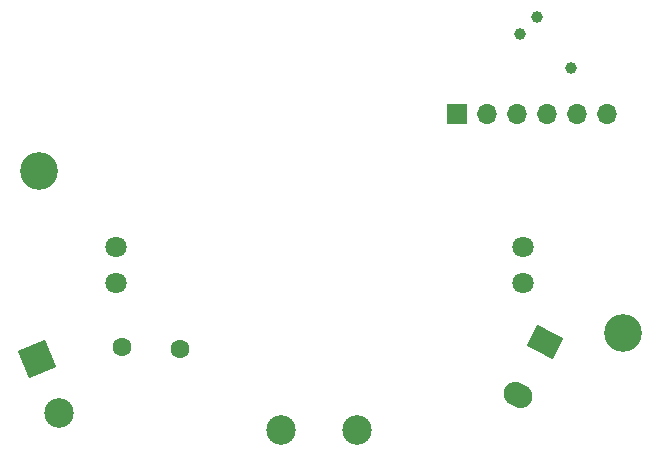
<source format=gbr>
%TF.GenerationSoftware,KiCad,Pcbnew,7.0.10*%
%TF.CreationDate,2024-02-08T00:21:35+01:00*%
%TF.ProjectId,robot_pcb,726f626f-745f-4706-9362-2e6b69636164,rev?*%
%TF.SameCoordinates,Original*%
%TF.FileFunction,Soldermask,Bot*%
%TF.FilePolarity,Negative*%
%FSLAX46Y46*%
G04 Gerber Fmt 4.6, Leading zero omitted, Abs format (unit mm)*
G04 Created by KiCad (PCBNEW 7.0.10) date 2024-02-08 00:21:35*
%MOMM*%
%LPD*%
G01*
G04 APERTURE LIST*
G04 Aperture macros list*
%AMHorizOval*
0 Thick line with rounded ends*
0 $1 width*
0 $2 $3 position (X,Y) of the first rounded end (center of the circle)*
0 $4 $5 position (X,Y) of the second rounded end (center of the circle)*
0 Add line between two ends*
20,1,$1,$2,$3,$4,$5,0*
0 Add two circle primitives to create the rounded ends*
1,1,$1,$2,$3*
1,1,$1,$4,$5*%
%AMRotRect*
0 Rectangle, with rotation*
0 The origin of the aperture is its center*
0 $1 length*
0 $2 width*
0 $3 Rotation angle, in degrees counterclockwise*
0 Add horizontal line*
21,1,$1,$2,0,0,$3*%
G04 Aperture macros list end*
%ADD10C,0.990600*%
%ADD11C,3.200000*%
%ADD12C,2.500000*%
%ADD13RotRect,2.500000X2.000000X333.000000*%
%ADD14HorizOval,2.000000X0.222752X-0.113498X-0.222752X0.113498X0*%
%ADD15RotRect,2.500000X2.500000X292.000000*%
%ADD16C,1.800000*%
%ADD17C,1.600000*%
%ADD18R,1.700000X1.700000*%
%ADD19O,1.700000X1.700000*%
G04 APERTURE END LIST*
D10*
%TO.C,J5*%
X171296051Y-83296051D03*
X166985528Y-80422369D03*
X168422369Y-78985528D03*
%TD*%
D11*
%TO.C,H2*%
X175750000Y-105750000D03*
%TD*%
D12*
%TO.C,H3*%
X146800000Y-114000000D03*
%TD*%
D13*
%TO.C,C1*%
X169134976Y-106522484D03*
D14*
X166865024Y-110977517D03*
%TD*%
D15*
%TO.C,J1*%
X126063484Y-107932040D03*
D12*
X127936517Y-112567959D03*
%TD*%
D16*
%TO.C,M2*%
X167250000Y-101500000D03*
X167250000Y-98500000D03*
%TD*%
D11*
%TO.C,H1*%
X126250000Y-92000000D03*
%TD*%
D17*
%TO.C,TH1*%
X133289230Y-106915681D03*
X138210770Y-107084319D03*
%TD*%
D12*
%TO.C,H4*%
X153200000Y-114000000D03*
%TD*%
D16*
%TO.C,M1*%
X132750000Y-101500000D03*
X132750000Y-98500000D03*
%TD*%
D18*
%TO.C,J3*%
X161650000Y-87250000D03*
D19*
X164190000Y-87250000D03*
X166730000Y-87250000D03*
X169270000Y-87250000D03*
X171810000Y-87250000D03*
X174350000Y-87250000D03*
%TD*%
M02*

</source>
